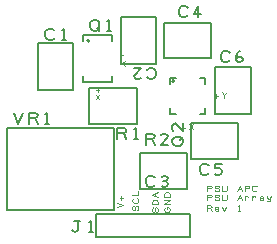
<source format=gto>
%FSLAX23Y23*%
%MOIN*%
G04 EasyPC Gerber Version 16.0.6 Build 3249 *
%ADD70C,0.00100*%
%ADD10C,0.00500*%
X0Y0D02*
D02*
D10*
X160Y509D02*
X175Y472D01*
X191Y509*
X210Y472D02*
Y509D01*
X232*
X238Y506*
X241Y500*
X238Y494*
X232Y491*
X210*
X232D02*
X241Y472D01*
X266D02*
X279D01*
X272D02*
Y509D01*
X266Y503*
X240Y583D02*
X358D01*
Y740*
X240*
Y583*
X296Y758D02*
X293Y755D01*
X287Y752*
X277*
X271Y755*
X268Y758*
X265Y764*
Y777*
X268Y783*
X271Y786*
X277Y789*
X287*
X293Y786*
X296Y783*
X321Y752D02*
X334D01*
X327D02*
Y789D01*
X321Y783*
X355Y118D02*
X358Y115D01*
X364Y112*
X370Y115*
X374Y118*
Y149*
X380*
X374D02*
X361D01*
X411Y112D02*
X424D01*
X417D02*
Y149D01*
X411Y143*
X390Y631D02*
Y612D01*
X489*
Y631*
X413Y749D02*
G75*
G03X405I-4D01*
G01*
G75*
G03X413I4*
G01*
X415Y794D02*
Y807D01*
X418Y813*
X421Y816*
X427Y819*
X434*
X440Y816*
X443Y813*
X446Y807*
Y794*
X443Y788*
X440Y785*
X434Y782*
X427*
X421Y785*
X418Y788*
X415Y794*
X437Y791D02*
X446Y782D01*
X471D02*
X484D01*
X477D02*
Y819D01*
X471Y813*
X489Y749D02*
Y769D01*
X390*
Y749*
X493Y183D02*
Y458D01*
X139*
Y183*
X493*
X505Y422D02*
Y459D01*
X527*
X533Y456*
X536Y450*
X533Y444*
X527Y441*
X505*
X527D02*
X536Y422D01*
X561D02*
X574D01*
X567D02*
Y459D01*
X561Y453*
X570Y472D02*
Y590D01*
X412*
Y472*
X570*
X580Y373D02*
Y255D01*
X738*
Y373*
X580*
X631Y268D02*
X628Y265D01*
X622Y262*
X612*
X606Y265*
X603Y268*
X600Y274*
Y287*
X603Y293*
X606Y296*
X612Y299*
X622*
X628Y296*
X631Y293*
X653Y265D02*
X659Y262D01*
X665*
X672Y265*
X675Y271*
X672Y278*
X665Y281*
X659*
X665D02*
X672Y284D01*
X675Y290*
X672Y296*
X665Y299*
X659*
X653Y296*
X600Y402D02*
Y439D01*
X622*
X628Y436*
X631Y430*
X628Y424*
X622Y421*
X600*
X622D02*
X631Y402D01*
X675D02*
X650D01*
X672Y424*
X675Y430*
X672Y436*
X665Y439*
X656*
X650Y436*
X604Y652D02*
X607Y655D01*
X613Y658*
X622*
X629Y655*
X632Y652*
X635Y646*
Y633*
X632Y627*
X629Y624*
X622Y621*
X613*
X607Y624*
X604Y627*
X560Y658D02*
X585D01*
X563Y636*
X560Y630*
X563Y624*
X569Y621*
X579*
X585Y624*
X635Y827D02*
X517D01*
Y670*
X635*
Y827*
X660Y808D02*
Y690D01*
X818*
Y808*
X660*
X691Y617D02*
G75*
G03Y610J-4D01*
G01*
G75*
G03Y617J4*
G01*
X701Y505D02*
X681D01*
Y525*
X701Y623D02*
X681D01*
Y604*
X741Y833D02*
X738Y830D01*
X732Y827*
X722*
X716Y830*
X713Y833*
X710Y839*
Y852*
X713Y858*
X716Y861*
X722Y864*
X732*
X738Y861*
X741Y858*
X775Y827D02*
Y864D01*
X760Y839*
X785*
X713Y398D02*
X700D01*
X694Y401*
X691Y404*
X688Y410*
Y416*
X691Y423*
X694Y426*
X700Y429*
X713*
X719Y426*
X722Y423*
X725Y416*
Y410*
X722Y404*
X719Y401*
X713Y398*
X716Y419D02*
X725Y429D01*
Y473D02*
Y448D01*
X704Y469*
X697Y473*
X691Y469*
X688Y463*
Y454*
X691Y448*
X748Y172D02*
X433D01*
Y93*
X748*
Y172*
X750Y473D02*
Y355D01*
X908*
Y473*
X750*
X780Y623D02*
X799D01*
Y604*
X811Y308D02*
X808Y305D01*
X802Y302*
X792*
X786Y305*
X783Y308*
X780Y314*
Y327*
X783Y333*
X786Y336*
X792Y339*
X802*
X808Y336*
X811Y333*
X830Y305D02*
X836Y302D01*
X845*
X852Y305*
X855Y311*
Y314*
X852Y321*
X845Y324*
X830*
Y339*
X855*
X799Y525D02*
Y505D01*
X780*
X881Y683D02*
X878Y680D01*
X872Y677*
X862*
X856Y680*
X853Y683*
X850Y689*
Y702*
X853Y708*
X856Y711*
X862Y714*
X872*
X878Y711*
X881Y708*
X900Y686D02*
X903Y693D01*
X909Y696*
X915*
X922Y693*
X925Y686*
X922Y680*
X915Y677*
X909*
X903Y680*
X900Y686*
Y696*
X903Y705*
X909Y711*
X915Y714*
X950Y662D02*
X832D01*
Y505*
X950*
Y662*
D02*
D70*
X440Y592D02*
Y579D01*
X434Y586D02*
X446D01*
X434Y567D02*
X446Y554D01*
X434D02*
X446Y567D01*
X519Y706D02*
Y694D01*
X513Y700D02*
X526D01*
X513Y673D02*
X522D01*
X532Y681*
X522Y673D02*
X532Y665D01*
X506Y193D02*
X525Y200D01*
X506Y208*
X519Y218D02*
Y230D01*
X525Y224D02*
X513D01*
X570Y183D02*
X574Y184D01*
X575Y187*
Y193*
X574Y197*
X570Y198*
X567Y197*
X566Y193*
Y187*
X564Y184*
X561Y183*
X558Y184*
X556Y187*
Y193*
X558Y197*
X561Y198*
X572Y223D02*
X574Y222D01*
X575Y218*
Y214*
X574Y211*
X572Y209*
X569Y207*
X563*
X560Y209*
X558Y211*
X556Y214*
Y218*
X558Y222*
X560Y223*
X556Y233D02*
X575D01*
Y248*
X635Y178D02*
X639Y179D01*
X640Y182*
Y188*
X639Y192*
X635Y193*
X632Y192*
X631Y188*
Y182*
X629Y179*
X626Y178*
X623Y179*
X621Y182*
Y188*
X623Y192*
X626Y193*
X640Y203D02*
X621D01*
Y212*
X623Y215*
X625Y217*
X628Y218*
X634*
X637Y217*
X639Y215*
X640Y212*
Y203*
Y228D02*
X621Y235D01*
X640Y243*
X632Y231D02*
Y240D01*
X672Y188D02*
Y193D01*
X674*
X677Y192*
X679Y190*
X680Y187*
Y184*
X679Y181*
X677Y179*
X674Y178*
X668*
X665Y179*
X663Y181*
X661Y184*
Y187*
X663Y190*
X665Y192*
X668Y193*
X680Y203D02*
X661D01*
X680Y218*
X661*
X680Y228D02*
X661D01*
Y237*
X663Y240*
X665Y242*
X668Y243*
X674*
X677Y242*
X679Y240*
X680Y237*
Y228*
X719Y459D02*
X731D01*
X725Y453D02*
Y465D01*
X744Y453D02*
X759Y472D01*
X744D02*
X759Y453D01*
X805Y182D02*
Y201D01*
X816*
X819Y199*
X820Y196*
X819Y193*
X816Y192*
X805*
X816D02*
X820Y182D01*
X842Y184D02*
X841Y182D01*
X838*
X835*
X831Y184*
X830Y187*
Y192*
X831Y193*
X835Y195*
X838*
X841Y193*
X842Y192*
Y190*
X841Y188*
X838Y187*
X835*
X831Y188*
X830Y190*
X855Y195D02*
X861Y182D01*
X867Y195*
X908Y182D02*
X914D01*
X911D02*
Y201D01*
X908Y198*
X805Y247D02*
Y266D01*
X816*
X819Y264*
X820Y261*
X819Y258*
X816Y257*
X805*
X830Y252D02*
X831Y249D01*
X835Y247*
X841*
X844Y249*
X845Y252*
X844Y255*
X841Y257*
X835*
X831Y258*
X830Y261*
X831Y264*
X835Y266*
X841*
X844Y264*
X845Y261*
X855Y266D02*
Y252D01*
X856Y249*
X860Y247*
X866*
X869Y249*
X870Y252*
Y266*
X905Y247D02*
X913Y266D01*
X920Y247*
X908Y255D02*
X917D01*
X930Y247D02*
Y266D01*
X941*
X944Y264*
X945Y261*
X944Y258*
X941Y257*
X930*
X970Y250D02*
X969Y249D01*
X966Y247*
X961*
X958Y249*
X956Y250*
X955Y253*
Y260*
X956Y263*
X958Y264*
X961Y266*
X966*
X969Y264*
X970Y263*
X805Y217D02*
Y236D01*
X816*
X819Y234*
X820Y231*
X819Y228*
X816Y227*
X805*
X830Y222D02*
X831Y219D01*
X835Y217*
X841*
X844Y219*
X845Y222*
X844Y225*
X841Y227*
X835*
X831Y228*
X830Y231*
X831Y234*
X835Y236*
X841*
X844Y234*
X845Y231*
X855Y236D02*
Y222D01*
X856Y219*
X860Y217*
X866*
X869Y219*
X870Y222*
Y236*
X905Y217D02*
X913Y236D01*
X920Y217*
X908Y225D02*
X917D01*
X930Y217D02*
Y230D01*
Y225D02*
X931Y228D01*
X935Y230*
X938*
X941Y228*
X955Y217D02*
Y230D01*
Y225D02*
X956Y228D01*
X960Y230*
X963*
X966Y228*
X980D02*
X983Y230D01*
X988*
X991Y228*
X992Y225*
Y220*
X991Y219*
X988Y217*
X985*
X981Y219*
X980Y220*
Y222*
X981Y223*
X985Y225*
X988*
X991Y223*
X992Y222*
Y220D02*
Y217D01*
X1005Y230D02*
X1006Y223D01*
X1010Y220*
X1013*
X1016Y223*
X1017Y230*
X1016Y223D02*
X1014Y217D01*
X1013Y214*
X1010Y213*
X1006Y214*
X829Y565D02*
X841D01*
X835Y559D02*
Y572D01*
X862Y559D02*
Y568D01*
X854Y578*
X862Y568D02*
X870Y578D01*
X0Y0D02*
M02*

</source>
